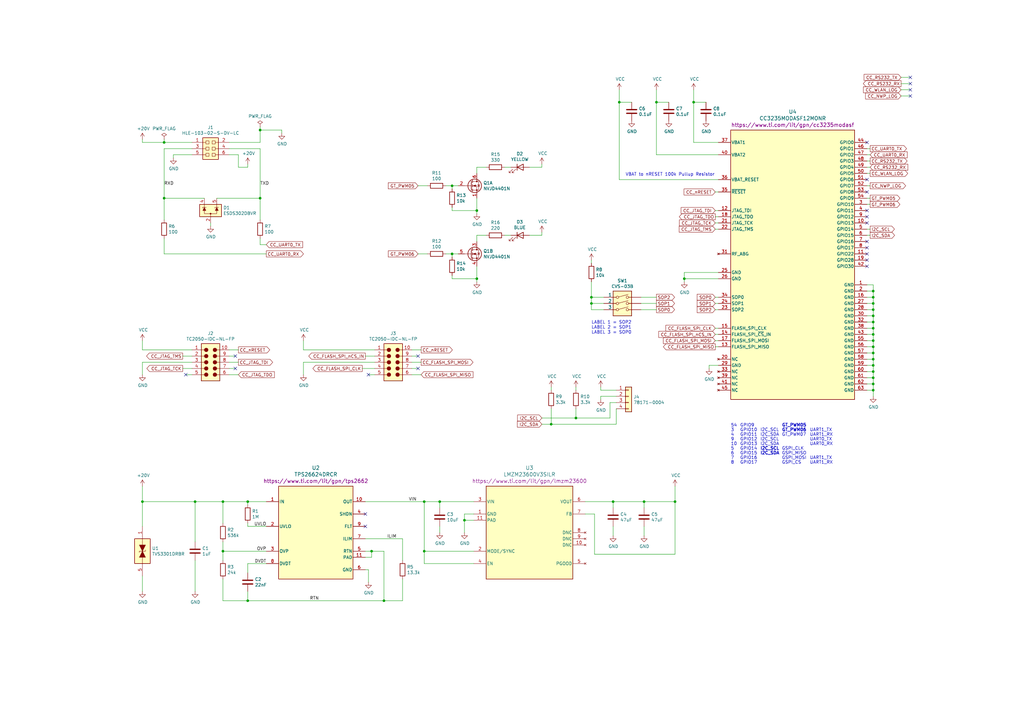
<source format=kicad_sch>
(kicad_sch (version 20211123) (generator eeschema)
  (paper "A3")
  (title_block (title "Haiku Super Wi-Fi") (date "2021-08-10") (rev "B") (comment 1 "Author: John Buonagurio"))
  (lib_symbols
    (symbol "Local:+20V" (power) (pin_names (offset 0))
      (property "Value" "+20V" (at 0 3.556 0))
      (symbol "+20V_1_1"
        (pin power_in line (at 0 0 90) (length 0) hide (name "+20V") (number "1"))
      )
    )
    (symbol "Local:78171-0004" (pin_names (offset 1.016) hide)
      (property "Reference" "J" (at 0 5.08 0))
      (property "Value" "78171-0004" (at 0 -7.62 0))
      (symbol "78171-0004_1_1"
        (pin passive line (at -5.08 2.54 0) (length 3.81) (name "Pin_1") (number "1"))
        (pin passive line (at -5.08 0 0) (length 3.81) (name "Pin_2") (number "2"))
        (pin passive line (at -5.08 -2.54 0) (length 3.81) (name "Pin_3") (number "3"))
        (pin passive line (at -5.08 -5.08 0) (length 3.81) (name "Pin_4") (number "4"))
      )
    )
    (symbol "Local:C" (pin_numbers hide) (pin_names (offset 0.254))
      (property "Reference" "C" (at 0.635 2.54 0))
      (property "Value" "C" (at 0.635 -2.54 0))
      (symbol "C_1_1"
        (pin passive line (at 0 3.81 270) (length 2.794) (name "~") (number "1"))
        (pin passive line (at 0 -3.81 90) (length 2.794) (name "~") (number "2"))
      )
    )
    (symbol "Local:CC3235MODASF12MONR" (pin_names (offset 0.254))
      (property "Reference" "U" (at 0 2.54 0))
      (property "Value" "CC3235MODASF12MONR" (at 0 0 0))
      (property "Datasheet" "https://www.ti.com/lit/gpn/cc3235modasf" (at 0 0 0))
      (symbol "CC3235MODASF12MONR_1_1"
        (pin power_in line (at 30.48 -7.62 180) (length 5.08) (name "GND") (number "1"))
        (pin bidirectional line (at 30.48 17.78 180) (length 5.08) (name "GPIO13") (number "10"))
        (pin bidirectional line (at 30.48 5.08 180) (length 5.08) (name "GPIO22") (number "11"))
        (pin input line (at -30.48 22.86 0) (length 5.08) (name "JTAG_TDI") (number "12"))
        (pin output line (at -30.48 -33.02 0) (length 5.08) (name "FLASH_SPI_MISO") (number "13"))
        (pin input line (at -30.48 -27.94 0) (length 5.08) (name "FLASH_SPI_~{CS}_IN") (number "14"))
        (pin input line (at -30.48 -25.4 0) (length 5.08) (name "FLASH_SPI_CLK") (number "15"))
        (pin power_in line (at 30.48 -12.7 180) (length 5.08) (name "GND") (number "16"))
        (pin input line (at -30.48 -30.48 0) (length 5.08) (name "FLASH_SPI_MOSI") (number "17"))
        (pin output line (at -30.48 20.32 0) (length 5.08) (name "JTAG_TDO") (number "18"))
        (pin bidirectional line (at 30.48 2.54 180) (length 5.08) (name "GPIO28") (number "19"))
        (pin power_in line (at 30.48 -10.16 180) (length 5.08) (name "GND") (number "2"))
        (pin no_connect line (at -30.48 -38.1 0) (length 5.08) (name "NC") (number "20"))
        (pin input line (at -30.48 17.78 0) (length 5.08) (name "JTAG_TCK") (number "21"))
        (pin input line (at -30.48 15.24 0) (length 5.08) (name "JTAG_TMS") (number "22"))
        (pin input line (at -30.48 -17.78 0) (length 5.08) (name "SOP2") (number "23"))
        (pin input line (at -30.48 -15.24 0) (length 5.08) (name "SOP1") (number "24"))
        (pin power_in line (at -30.48 -2.54 0) (length 5.08) (name "GND") (number "25"))
        (pin power_in line (at -30.48 -5.08 0) (length 5.08) (name "GND") (number "26"))
        (pin power_in line (at 30.48 -15.24 180) (length 5.08) (name "GND") (number "27"))
        (pin power_in line (at 30.48 -17.78 180) (length 5.08) (name "GND") (number "28"))
        (pin power_in line (at -30.48 -40.64 0) (length 5.08) (name "GND") (number "29"))
        (pin bidirectional line (at 30.48 25.4 180) (length 5.08) (name "GPIO10") (number "3"))
        (pin power_in line (at 30.48 -20.32 180) (length 5.08) (name "GND") (number "30"))
        (pin no_connect line (at -30.48 5.08 0) (length 5.08) (name "RF_ABG") (number "31"))
        (pin power_in line (at 30.48 -22.86 180) (length 5.08) (name "GND") (number "32"))
        (pin no_connect line (at -30.48 -43.18 0) (length 5.08) (name "NC") (number "33"))
        (pin input line (at -30.48 -12.7 0) (length 5.08) (name "SOP0") (number "34"))
        (pin input line (at -30.48 30.48 0) (length 5.08) (name "~{RESET}") (number "35"))
        (pin power_in line (at -30.48 35.56 0) (length 5.08) (name "VBAT_RESET") (number "36"))
        (pin power_in line (at -30.48 50.8 0) (length 5.08) (name "VBAT1") (number "37"))
        (pin power_in line (at 30.48 -25.4 180) (length 5.08) (name "GND") (number "38"))
        (pin no_connect line (at -30.48 -45.72 0) (length 5.08) (name "NC") (number "39"))
        (pin bidirectional line (at 30.48 22.86 180) (length 5.08) (name "GPIO11") (number "4"))
        (pin power_in line (at -30.48 45.72 0) (length 5.08) (name "VBAT2") (number "40"))
        (pin no_connect line (at -30.48 -48.26 0) (length 5.08) (name "NC") (number "41"))
        (pin bidirectional line (at 30.48 0 180) (length 5.08) (name "GPIO30") (number "42"))
        (pin power_in line (at 30.48 -27.94 180) (length 5.08) (name "GND") (number "43"))
        (pin bidirectional line (at 30.48 50.8 180) (length 5.08) (name "GPIO0") (number "44"))
        (pin no_connect line (at -30.48 -50.8 0) (length 5.08) (name "NC") (number "45"))
        (pin bidirectional line (at 30.48 48.26 180) (length 5.08) (name "GPIO1") (number "46"))
        (pin bidirectional line (at 30.48 45.72 180) (length 5.08) (name "GPIO2") (number "47"))
        (pin bidirectional line (at 30.48 43.18 180) (length 5.08) (name "GPIO3") (number "48"))
        (pin bidirectional line (at 30.48 40.64 180) (length 5.08) (name "GPIO4") (number "49"))
        (pin bidirectional line (at 30.48 15.24 180) (length 5.08) (name "GPIO14") (number "5"))
        (pin bidirectional line (at 30.48 38.1 180) (length 5.08) (name "GPIO5") (number "50"))
        (pin bidirectional line (at 30.48 35.56 180) (length 5.08) (name "GPIO6") (number "51"))
        (pin bidirectional line (at 30.48 33.02 180) (length 5.08) (name "GPIO7") (number "52"))
        (pin bidirectional line (at 30.48 30.48 180) (length 5.08) (name "GPIO8") (number "53"))
        (pin bidirectional line (at 30.48 27.94 180) (length 5.08) (name "GPIO9") (number "54"))
        (pin power_in line (at 30.48 -30.48 180) (length 5.08) (name "GND") (number "55"))
        (pin power_in line (at 30.48 -33.02 180) (length 5.08) (name "GND") (number "56"))
        (pin power_in line (at 30.48 -35.56 180) (length 5.08) (name "GND") (number "57"))
        (pin power_in line (at 30.48 -38.1 180) (length 5.08) (name "GND") (number "58"))
        (pin power_in line (at 30.48 -40.64 180) (length 5.08) (name "GND") (number "59"))
        (pin bidirectional line (at 30.48 12.7 180) (length 5.08) (name "GPIO15") (number "6"))
        (pin power_in line (at 30.48 -43.18 180) (length 5.08) (name "GND") (number "60"))
        (pin power_in line (at 30.48 -45.72 180) (length 5.08) (name "GND") (number "61"))
        (pin power_in line (at 30.48 -48.26 180) (length 5.08) (name "GND") (number "62"))
        (pin power_in line (at 30.48 -50.8 180) (length 5.08) (name "GND") (number "63"))
        (pin bidirectional line (at 30.48 10.16 180) (length 5.08) (name "GPIO16") (number "7"))
        (pin bidirectional line (at 30.48 7.62 180) (length 5.08) (name "GPIO17") (number "8"))
        (pin bidirectional line (at 30.48 20.32 180) (length 5.08) (name "GPIO12") (number "9"))
      )
    )
    (symbol "Local:CVS-03B" (pin_numbers hide) (pin_names (offset 0))
      (property "Reference" "SW" (at 0 6.35 0))
      (property "Value" "CVS-03B" (at 0 -6.35 0))
      (symbol "CVS-03B_1_1"
        (pin passive line (at -7.62 2.54 0) (length 5.08) (name "1") (number "1"))
        (pin passive line (at -7.62 0 0) (length 5.08) (name "2") (number "2"))
        (pin passive line (at -7.62 -2.54 0) (length 5.08) (name "3") (number "3"))
        (pin passive line (at 7.62 -2.54 180) (length 5.08) (name "~") (number "4"))
        (pin passive line (at 7.62 0 180) (length 5.08) (name "~") (number "5"))
        (pin passive line (at 7.62 2.54 180) (length 5.08) (name "~") (number "6"))
      )
    )
    (symbol "Local:ESDS302DBVR" (pin_names (offset 0) hide)
      (property "Reference" "D" (at 5.08 1.905 0))
      (property "Value" "ESDS302DBVR" (at 5.08 0 0))
      (symbol "ESDS302DBVR_0_0"
        (pin passive line (at 0 -5.08 90) (length 2.54) (name "GND") (number "2"))
      )
      (symbol "ESDS302DBVR_1_1"
        (pin no_connect line (at -2.54 -5.08 90) (length 2.54) hide (name "NC") (number "1"))
        (pin no_connect line (at 2.54 -5.08 90) (length 2.54) hide (name "NC") (number "3"))
        (pin passive line (at -2.54 5.08 270) (length 2.54) (name "I/O2") (number "4"))
        (pin passive line (at 2.54 5.08 270) (length 2.54) (name "I/O1") (number "5"))
      )
    )
    (symbol "Local:HLE-103-02-S-DV-LC" (pin_names (offset 1.016) hide)
      (property "Reference" "J" (at 0 5.715 0))
      (property "Value" "HLE-103-02-S-DV-LC" (at 0 -5.715 0))
      (symbol "HLE-103-02-S-DV-LC_1_1"
        (pin passive line (at -7.62 2.54 0) (length 4.445) (name "Pin_1") (number "1"))
        (pin passive line (at 7.62 2.54 180) (length 4.445) (name "Pin_2") (number "2"))
        (pin passive line (at -7.62 0 0) (length 4.445) (name "Pin_3") (number "3"))
        (pin passive line (at 7.62 0 180) (length 4.445) (name "Pin_4") (number "4"))
        (pin passive line (at -7.62 -2.54 0) (length 4.445) (name "Pin_5") (number "5"))
        (pin passive line (at 7.62 -2.54 180) (length 4.445) (name "Pin_6") (number "6"))
      )
    )
    (symbol "Local:LED" (pin_numbers hide) (pin_names (offset 1.016) hide)
      (property "Reference" "D" (at 0 2.54 0))
      (property "Value" "LED" (at 0 -2.54 0))
      (symbol "LED_1_1"
        (pin passive line (at -3.81 0 0) (length 2.54) (name "K") (number "1"))
        (pin passive line (at 3.81 0 180) (length 2.54) (name "A") (number "2"))
      )
    )
    (symbol "Local:LMZM23600V3SILR" (pin_names (offset 0.254))
      (property "Reference" "U" (at 0 2.54 0))
      (property "Value" "LMZM23600V3SILR" (at 0 0 0))
      (property "Datasheet" "https://www.ti.com/lit/gpn/lmzm23600" (at 0 0 0))
      (symbol "LMZM23600V3SILR_1_1"
        (pin power_in line (at -22.86 7.62 0) (length 5.08) (name "GND") (number "1"))
        (pin no_connect line (at 22.86 -5.08 180) (length 5.08) (name "DNC") (number "10"))
        (pin power_in line (at -22.86 5.08 0) (length 5.08) (name "PAD") (number "11"))
        (pin input line (at -22.86 -7.62 0) (length 5.08) (name "MODE/SYNC") (number "2"))
        (pin power_in line (at -22.86 12.7 0) (length 5.08) (name "VIN") (number "3"))
        (pin input line (at -22.86 -12.7 0) (length 5.08) (name "EN") (number "4"))
        (pin no_connect line (at 22.86 -12.7 180) (length 5.08) (name "PGOOD") (number "5"))
        (pin power_out line (at 22.86 12.7 180) (length 5.08) (name "VOUT") (number "6"))
        (pin input line (at 22.86 7.62 180) (length 5.08) (name "FB") (number "7"))
        (pin no_connect line (at 22.86 0 180) (length 5.08) (name "DNC") (number "8"))
        (pin no_connect line (at 22.86 -2.54 180) (length 5.08) (name "DNC") (number "9"))
      )
    )
    (symbol "Local:NVJD4401N" (pin_names hide)
      (property "Reference" "Q" (at 5.08 1.905 0))
      (property "Value" "NVJD4401N" (at 5.08 0 0))
      (symbol "NVJD4401N_1_1"
        (pin passive line (at 2.54 -5.08 90) (length 2.54) (name "S") (number "1"))
        (pin passive line (at -5.08 0 0) (length 2.54) (name "G") (number "2"))
        (pin passive line (at 2.54 5.08 270) (length 2.54) (name "D") (number "6"))
      )
      (symbol "NVJD4401N_2_1"
        (pin passive line (at 2.54 5.08 270) (length 2.54) (name "D") (number "3"))
        (pin passive line (at 2.54 -5.08 90) (length 2.54) (name "S") (number "4"))
        (pin passive line (at -5.08 0 0) (length 2.54) (name "G") (number "5"))
      )
    )
    (symbol "Local:R" (pin_numbers hide) (pin_names (offset 0))
      (property "Reference" "R" (at 2.032 0 90))
      (property "Value" "R" (at 0 0 90))
      (symbol "R_1_1"
        (pin passive line (at 0 3.81 270) (length 1.27) (name "~") (number "1"))
        (pin passive line (at 0 -3.81 90) (length 1.27) (name "~") (number "2"))
      )
    )
    (symbol "Local:TC2050-IDC-NL-FP" (pin_names (offset 1.016) hide)
      (property "Reference" "J" (at 0 8.89 0))
      (property "Value" "TC2050-IDC-NL-FP" (at 0 -8.89 0))
      (symbol "TC2050-IDC-NL-FP_1_1"
        (pin passive line (at -7.62 5.08 0) (length 3.81) (name "Pin_1") (number "1"))
        (pin passive line (at 7.62 5.08 180) (length 3.81) (name "Pin_10") (number "10"))
        (pin passive line (at -7.62 2.54 0) (length 3.81) (name "Pin_2") (number "2"))
        (pin passive line (at -7.62 0 0) (length 3.81) (name "Pin_3") (number "3"))
        (pin passive line (at -7.62 -2.54 0) (length 3.81) (name "Pin_4") (number "4"))
        (pin passive line (at -7.62 -5.08 0) (length 3.81) (name "Pin_5") (number "5"))
        (pin passive line (at 7.62 -5.08 180) (length 3.81) (name "Pin_6") (number "6"))
        (pin passive line (at 7.62 -2.54 180) (length 3.81) (name "Pin_7") (number "7"))
        (pin passive line (at 7.62 0 180) (length 3.81) (name "Pin_8") (number "8"))
        (pin passive line (at 7.62 2.54 180) (length 3.81) (name "Pin_9") (number "9"))
      )
    )
    (symbol "Local:TPS26624DRCR" (pin_names (offset 0.254))
      (property "Reference" "U" (at 0 2.54 0))
      (property "Value" "TPS26624DRCR" (at 0 0 0))
      (property "Datasheet" "https://www.ti.com/lit/gpn/tps2662" (at 0 22.225 0))
      (symbol "TPS26624DRCR_1_1"
        (pin power_in line (at -20.32 12.7 0) (length 5.08) (name "IN") (number "1"))
        (pin power_in line (at 20.32 12.7 180) (length 5.08) (name "OUT") (number "10"))
        (pin power_in line (at 20.32 -10.16 180) (length 5.08) (name "PAD") (number "11"))
        (pin input line (at -20.32 2.54 0) (length 5.08) (name "UVLO") (number "2"))
        (pin input line (at -20.32 -7.62 0) (length 5.08) (name "OVP") (number "3"))
        (pin input line (at 20.32 7.62 180) (length 5.08) (name "SHDN") (number "4"))
        (pin power_in line (at 20.32 -7.62 180) (length 5.08) (name "RTN") (number "5"))
        (pin power_in line (at 20.32 -15.24 180) (length 5.08) (name "GND") (number "6"))
        (pin output line (at 20.32 -2.54 180) (length 5.08) (name "ILIM") (number "7"))
        (pin input line (at -20.32 -12.7 0) (length 5.08) (name "DVDT") (number "8"))
        (pin open_collector line (at 20.32 2.54 180) (length 5.08) (name "FLT") (number "9"))
      )
    )
    (symbol "Local:TVS3301DRBR" (pin_names (offset 0) hide)
      (property "Reference" "U" (at 3.81 1.905 0))
      (property "Value" "TVS3301DRBR" (at 3.81 0 0))
      (symbol "TVS3301DRBR_1_1"
        (pin passive line (at 0 10.16 270) (length 5.08) (name "IN") (number "1"))
        (pin passive line (at 0 10.16 270) (length 5.08) hide (name "IN") (number "2"))
        (pin passive line (at 0 10.16 270) (length 5.08) hide (name "IN") (number "3"))
        (pin passive line (at 0 10.16 270) (length 5.08) hide (name "IN") (number "4"))
        (pin power_in line (at 0 -10.16 90) (length 5.08) (name "GND") (number "5"))
        (pin power_in line (at 0 -10.16 90) (length 5.08) hide (name "GND") (number "6"))
        (pin power_in line (at 0 -10.16 90) (length 5.08) hide (name "GND") (number "7"))
        (pin power_in line (at 0 -10.16 90) (length 5.08) hide (name "GND") (number "8"))
      )
    )
    (symbol "power:GND" (power) (pin_names (offset 0))
      (property "Value" "GND" (at 0 -3.81 0))
      (symbol "GND_1_1"
        (pin power_in line (at 0 0 270) (length 0) hide (name "GND") (number "1"))
      )
    )
    (symbol "power:PWR_FLAG" (power) (pin_numbers hide) (pin_names (offset 0) hide)
      (property "Value" "PWR_FLAG" (at 0 3.81 0))
      (symbol "PWR_FLAG_0_0"
        (pin power_out line (at 0 0 90) (length 0) (name "pwr") (number "1"))
      )
    )
    (symbol "power:VCC" (power) (pin_names (offset 0))
      (property "Value" "VCC" (at 0 3.81 0))
      (symbol "VCC_1_1"
        (pin power_in line (at 0 0 90) (length 0) hide (name "VCC") (number "1"))
      )
    )
  )
  (junction (at 242.57 124.46))
  (junction (at 358.14 147.32))
  (junction (at 185.42 76.2))
  (junction (at 264.16 205.74))
  (junction (at 358.14 137.16))
  (junction (at 358.14 160.02))
  (junction (at 358.14 129.54))
  (junction (at 358.14 152.4))
  (junction (at 280.67 114.3))
  (junction (at 173.99 205.74))
  (junction (at 91.44 226.06))
  (junction (at 251.46 205.74))
  (junction (at 152.4 226.06))
  (junction (at 358.14 124.46))
  (junction (at 185.42 104.14))
  (junction (at 358.14 127))
  (junction (at 358.14 121.92))
  (junction (at 358.14 132.08))
  (junction (at 106.68 81.28))
  (junction (at 67.31 81.28))
  (junction (at 242.57 121.92))
  (junction (at 358.14 144.78))
  (junction (at 67.31 58.42))
  (junction (at 195.58 114.3))
  (junction (at 80.01 205.74))
  (junction (at 226.06 173.99))
  (junction (at 101.6 246.38))
  (junction (at 276.86 205.74))
  (junction (at 236.22 171.45))
  (junction (at 106.68 53.34))
  (junction (at 101.6 205.74))
  (junction (at 58.42 205.74))
  (junction (at 190.5 213.36))
  (junction (at 358.14 154.94))
  (junction (at 284.48 41.91))
  (junction (at 358.14 142.24))
  (junction (at 195.58 86.36))
  (junction (at 91.44 205.74))
  (junction (at 358.14 157.48))
  (junction (at 358.14 149.86))
  (junction (at 173.99 226.06))
  (junction (at 269.24 41.91))
  (junction (at 358.14 119.38))
  (junction (at 254 41.91))
  (junction (at 157.48 246.38))
  (junction (at 358.14 134.62))
  (junction (at 358.14 139.7))
  (junction (at 180.34 205.74))
  (no_connect (at 355.6 109.22))
  (no_connect (at 355.6 86.36))
  (no_connect (at 96.52 146.05))
  (no_connect (at 355.6 73.66))
  (no_connect (at 149.86 210.82))
  (no_connect (at 171.45 151.13))
  (no_connect (at 355.6 101.6))
  (no_connect (at 355.6 104.14))
  (no_connect (at 373.38 31.75))
  (no_connect (at 355.6 78.74))
  (no_connect (at 355.6 99.06))
  (no_connect (at 373.38 34.29))
  (no_connect (at 355.6 106.68))
  (no_connect (at 373.38 36.83))
  (no_connect (at 355.6 88.9))
  (no_connect (at 149.86 215.9))
  (no_connect (at 373.38 39.37))
  (no_connect (at 76.2 153.67))
  (no_connect (at 355.6 91.44))
  (no_connect (at 355.6 58.42))
  (no_connect (at 96.52 151.13))
  (no_connect (at 151.13 153.67))
  (no_connect (at 171.45 146.05))
  (wire (pts (xy 58.42 58.42) (xy 67.31 58.42)))
  (wire (pts (xy 246.38 162.56) (xy 246.38 163.83)))
  (wire (pts (xy 355.6 134.62) (xy 358.14 134.62)))
  (wire (pts (xy 106.68 53.34) (xy 115.57 53.34)))
  (wire (pts (xy 58.42 139.7) (xy 58.42 143.51)))
  (wire (pts (xy 149.86 220.98) (xy 165.1 220.98)))
  (wire (pts (xy 355.6 149.86) (xy 358.14 149.86)))
  (wire (pts (xy 355.6 116.84) (xy 358.14 116.84)))
  (wire (pts (xy 58.42 205.74) (xy 80.01 205.74)))
  (wire (pts (xy 97.79 68.58) (xy 101.6 68.58)))
  (wire (pts (xy 251.46 205.74) (xy 251.46 208.28)))
  (wire (pts (xy 280.67 115.57) (xy 280.67 114.3)))
  (wire (pts (xy 101.6 246.38) (xy 91.44 246.38)))
  (wire (pts (xy 294.64 114.3) (xy 280.67 114.3)))
  (wire (pts (xy 262.89 127) (xy 269.24 127)))
  (wire (pts (xy 58.42 148.59) (xy 58.42 153.67)))
  (wire (pts (xy 355.6 76.2) (xy 356.87 76.2)))
  (wire (pts (xy 250.19 171.45) (xy 236.22 171.45)))
  (wire (pts (xy 109.22 231.14) (xy 101.6 231.14)))
  (wire (pts (xy 293.37 134.62) (xy 294.64 134.62)))
  (wire (pts (xy 242.57 106.68) (xy 242.57 107.95)))
  (wire (pts (xy 242.57 124.46) (xy 247.65 124.46)))
  (wire (pts (xy 355.6 152.4) (xy 358.14 152.4)))
  (wire (pts (xy 106.68 100.33) (xy 109.22 100.33)))
  (wire (pts (xy 91.44 237.49) (xy 91.44 246.38)))
  (wire (pts (xy 293.37 121.92) (xy 294.64 121.92)))
  (wire (pts (xy 151.13 153.67) (xy 153.67 153.67)))
  (wire (pts (xy 355.6 63.5) (xy 356.87 63.5)))
  (wire (pts (xy 78.74 143.51) (xy 58.42 143.51)))
  (wire (pts (xy 152.4 226.06) (xy 157.48 226.06)))
  (wire (pts (xy 358.14 124.46) (xy 358.14 127)))
  (wire (pts (xy 195.58 71.12) (xy 195.58 68.58)))
  (wire (pts (xy 355.6 129.54) (xy 358.14 129.54)))
  (wire (pts (xy 358.14 132.08) (xy 358.14 134.62)))
  (wire (pts (xy 358.14 142.24) (xy 358.14 144.78)))
  (wire (pts (xy 222.25 96.52) (xy 217.17 96.52)))
  (wire (pts (xy 240.03 210.82) (xy 243.84 210.82)))
  (wire (pts (xy 182.88 76.2) (xy 185.42 76.2)))
  (wire (pts (xy 97.79 63.5) (xy 97.79 68.58)))
  (wire (pts (xy 194.31 231.14) (xy 173.99 231.14)))
  (wire (pts (xy 101.6 246.38) (xy 157.48 246.38)))
  (wire (pts (xy 190.5 210.82) (xy 190.5 213.36)))
  (wire (pts (xy 195.58 114.3) (xy 195.58 115.57)))
  (wire (pts (xy 284.48 58.42) (xy 294.64 58.42)))
  (wire (pts (xy 355.6 154.94) (xy 358.14 154.94)))
  (wire (pts (xy 185.42 86.36) (xy 195.58 86.36)))
  (wire (pts (xy 151.13 233.68) (xy 151.13 238.76)))
  (wire (pts (xy 185.42 77.47) (xy 185.42 76.2)))
  (wire (pts (xy 78.74 148.59) (xy 58.42 148.59)))
  (wire (pts (xy 194.31 226.06) (xy 173.99 226.06)))
  (wire (pts (xy 369.57 36.83) (xy 373.38 36.83)))
  (wire (pts (xy 67.31 60.96) (xy 78.74 60.96)))
  (wire (pts (xy 172.72 148.59) (xy 168.91 148.59)))
  (wire (pts (xy 185.42 114.3) (xy 195.58 114.3)))
  (wire (pts (xy 78.74 146.05) (xy 74.93 146.05)))
  (wire (pts (xy 96.52 151.13) (xy 93.98 151.13)))
  (wire (pts (xy 355.6 132.08) (xy 358.14 132.08)))
  (wire (pts (xy 262.89 124.46) (xy 269.24 124.46)))
  (wire (pts (xy 185.42 113.03) (xy 185.42 114.3)))
  (wire (pts (xy 246.38 160.02) (xy 246.38 158.75)))
  (wire (pts (xy 358.14 149.86) (xy 358.14 152.4)))
  (wire (pts (xy 93.98 148.59) (xy 97.79 148.59)))
  (wire (pts (xy 252.73 165.1) (xy 250.19 165.1)))
  (wire (pts (xy 153.67 148.59) (xy 124.46 148.59)))
  (wire (pts (xy 157.48 246.38) (xy 165.1 246.38)))
  (wire (pts (xy 294.64 124.46) (xy 293.37 124.46)))
  (wire (pts (xy 115.57 53.34) (xy 115.57 54.61)))
  (wire (pts (xy 80.01 205.74) (xy 91.44 205.74)))
  (wire (pts (xy 209.55 68.58) (xy 207.01 68.58)))
  (wire (pts (xy 358.14 116.84) (xy 358.14 119.38)))
  (wire (pts (xy 109.22 215.9) (xy 101.6 215.9)))
  (wire (pts (xy 242.57 127) (xy 247.65 127)))
  (wire (pts (xy 358.14 127) (xy 358.14 129.54)))
  (wire (pts (xy 165.1 220.98) (xy 165.1 229.87)))
  (wire (pts (xy 124.46 139.7) (xy 124.46 143.51)))
  (wire (pts (xy 222.25 67.31) (xy 222.25 68.58)))
  (wire (pts (xy 358.14 144.78) (xy 358.14 147.32)))
  (wire (pts (xy 80.01 222.25) (xy 80.01 205.74)))
  (wire (pts (xy 358.14 119.38) (xy 358.14 121.92)))
  (wire (pts (xy 185.42 85.09) (xy 185.42 86.36)))
  (wire (pts (xy 91.44 214.63) (xy 91.44 205.74)))
  (wire (pts (xy 293.37 142.24) (xy 294.64 142.24)))
  (wire (pts (xy 358.14 139.7) (xy 358.14 142.24)))
  (wire (pts (xy 106.68 81.28) (xy 106.68 90.17)))
  (wire (pts (xy 274.32 41.91) (xy 269.24 41.91)))
  (wire (pts (xy 171.45 146.05) (xy 168.91 146.05)))
  (wire (pts (xy 222.25 68.58) (xy 217.17 68.58)))
  (wire (pts (xy 276.86 199.39) (xy 276.86 205.74)))
  (wire (pts (xy 369.57 39.37) (xy 373.38 39.37)))
  (wire (pts (xy 355.6 68.58) (xy 356.87 68.58)))
  (wire (pts (xy 190.5 213.36) (xy 190.5 218.44)))
  (wire (pts (xy 355.6 119.38) (xy 358.14 119.38)))
  (wire (pts (xy 109.22 205.74) (xy 101.6 205.74)))
  (wire (pts (xy 83.82 81.28) (xy 67.31 81.28)))
  (wire (pts (xy 148.59 151.13) (xy 153.67 151.13)))
  (wire (pts (xy 58.42 199.39) (xy 58.42 205.74)))
  (wire (pts (xy 251.46 205.74) (xy 264.16 205.74)))
  (wire (pts (xy 236.22 167.64) (xy 236.22 171.45)))
  (wire (pts (xy 173.99 205.74) (xy 180.34 205.74)))
  (wire (pts (xy 355.6 137.16) (xy 358.14 137.16)))
  (wire (pts (xy 264.16 205.74) (xy 276.86 205.74)))
  (wire (pts (xy 289.56 41.91) (xy 284.48 41.91)))
  (wire (pts (xy 149.86 233.68) (xy 151.13 233.68)))
  (wire (pts (xy 355.6 142.24) (xy 358.14 142.24)))
  (wire (pts (xy 195.58 81.28) (xy 195.58 86.36)))
  (wire (pts (xy 153.67 146.05) (xy 149.86 146.05)))
  (wire (pts (xy 58.42 205.74) (xy 58.42 215.9)))
  (wire (pts (xy 254 73.66) (xy 294.64 73.66)))
  (wire (pts (xy 58.42 236.22) (xy 58.42 242.57)))
  (wire (pts (xy 269.24 41.91) (xy 269.24 63.5)))
  (wire (pts (xy 355.6 147.32) (xy 358.14 147.32)))
  (wire (pts (xy 71.12 63.5) (xy 78.74 63.5)))
  (wire (pts (xy 97.79 153.67) (xy 93.98 153.67)))
  (wire (pts (xy 293.37 91.44) (xy 294.64 91.44)))
  (wire (pts (xy 180.34 205.74) (xy 194.31 205.74)))
  (wire (pts (xy 93.98 60.96) (xy 106.68 60.96)))
  (wire (pts (xy 355.6 139.7) (xy 358.14 139.7)))
  (wire (pts (xy 165.1 246.38) (xy 165.1 237.49)))
  (wire (pts (xy 101.6 231.14) (xy 101.6 234.95)))
  (wire (pts (xy 242.57 121.92) (xy 242.57 124.46)))
  (wire (pts (xy 243.84 210.82) (xy 243.84 227.33)))
  (wire (pts (xy 222.25 95.25) (xy 222.25 96.52)))
  (wire (pts (xy 358.14 152.4) (xy 358.14 154.94)))
  (wire (pts (xy 96.52 146.05) (xy 93.98 146.05)))
  (wire (pts (xy 195.58 68.58) (xy 199.39 68.58)))
  (wire (pts (xy 91.44 226.06) (xy 91.44 229.87)))
  (wire (pts (xy 358.14 134.62) (xy 358.14 137.16)))
  (wire (pts (xy 78.74 151.13) (xy 74.93 151.13)))
  (wire (pts (xy 152.4 228.6) (xy 152.4 226.06)))
  (wire (pts (xy 71.12 64.77) (xy 71.12 63.5)))
  (wire (pts (xy 149.86 228.6) (xy 152.4 228.6)))
  (wire (pts (xy 293.37 86.36) (xy 294.64 86.36)))
  (wire (pts (xy 355.6 121.92) (xy 358.14 121.92)))
  (wire (pts (xy 67.31 104.14) (xy 109.22 104.14)))
  (wire (pts (xy 358.14 147.32) (xy 358.14 149.86)))
  (wire (pts (xy 93.98 63.5) (xy 97.79 63.5)))
  (wire (pts (xy 226.06 167.64) (xy 226.06 173.99)))
  (wire (pts (xy 293.37 139.7) (xy 294.64 139.7)))
  (wire (pts (xy 269.24 63.5) (xy 294.64 63.5)))
  (wire (pts (xy 251.46 215.9) (xy 251.46 219.71)))
  (wire (pts (xy 276.86 205.74) (xy 276.86 227.33)))
  (wire (pts (xy 91.44 205.74) (xy 101.6 205.74)))
  (wire (pts (xy 101.6 68.58) (xy 101.6 67.31)))
  (wire (pts (xy 226.06 173.99) (xy 252.73 173.99)))
  (wire (pts (xy 355.6 124.46) (xy 358.14 124.46)))
  (wire (pts (xy 358.14 137.16) (xy 358.14 139.7)))
  (wire (pts (xy 242.57 124.46) (xy 242.57 127)))
  (wire (pts (xy 355.6 144.78) (xy 358.14 144.78)))
  (wire (pts (xy 67.31 81.28) (xy 67.31 90.17)))
  (wire (pts (xy 293.37 93.98) (xy 294.64 93.98)))
  (wire (pts (xy 101.6 205.74) (xy 101.6 207.01)))
  (wire (pts (xy 106.68 58.42) (xy 106.68 53.34)))
  (wire (pts (xy 294.64 149.86) (xy 290.83 149.86)))
  (wire (pts (xy 171.45 151.13) (xy 168.91 151.13)))
  (wire (pts (xy 236.22 171.45) (xy 222.25 171.45)))
  (wire (pts (xy 280.67 111.76) (xy 294.64 111.76)))
  (wire (pts (xy 252.73 167.64) (xy 252.73 173.99)))
  (wire (pts (xy 67.31 60.96) (xy 67.31 81.28)))
  (wire (pts (xy 355.6 81.28) (xy 356.87 81.28)))
  (wire (pts (xy 149.86 226.06) (xy 152.4 226.06)))
  (wire (pts (xy 369.57 31.75) (xy 373.38 31.75)))
  (wire (pts (xy 294.64 127) (xy 293.37 127)))
  (wire (pts (xy 194.31 213.36) (xy 190.5 213.36)))
  (wire (pts (xy 180.34 215.9) (xy 180.34 218.44)))
  (wire (pts (xy 264.16 215.9) (xy 264.16 219.71)))
  (wire (pts (xy 172.72 153.67) (xy 168.91 153.67)))
  (wire (pts (xy 355.6 96.52) (xy 356.87 96.52)))
  (wire (pts (xy 67.31 58.42) (xy 78.74 58.42)))
  (wire (pts (xy 195.58 96.52) (xy 199.39 96.52)))
  (wire (pts (xy 185.42 105.41) (xy 185.42 104.14)))
  (wire (pts (xy 358.14 154.94) (xy 358.14 157.48)))
  (wire (pts (xy 106.68 52.07) (xy 106.68 53.34)))
  (wire (pts (xy 124.46 148.59) (xy 124.46 153.67)))
  (wire (pts (xy 358.14 129.54) (xy 358.14 132.08)))
  (wire (pts (xy 88.9 81.28) (xy 106.68 81.28)))
  (wire (pts (xy 80.01 229.87) (xy 80.01 242.57)))
  (wire (pts (xy 209.55 96.52) (xy 207.01 96.52)))
  (wire (pts (xy 293.37 78.74) (xy 294.64 78.74)))
  (wire (pts (xy 106.68 97.79) (xy 106.68 100.33)))
  (wire (pts (xy 242.57 121.92) (xy 247.65 121.92)))
  (wire (pts (xy 355.6 66.04) (xy 356.87 66.04)))
  (wire (pts (xy 101.6 215.9) (xy 101.6 214.63)))
  (wire (pts (xy 149.86 205.74) (xy 173.99 205.74)))
  (wire (pts (xy 355.6 71.12) (xy 356.87 71.12)))
  (wire (pts (xy 355.6 93.98) (xy 356.87 93.98)))
  (wire (pts (xy 222.25 173.99) (xy 226.06 173.99)))
  (wire (pts (xy 185.42 76.2) (xy 187.96 76.2)))
  (wire (pts (xy 242.57 115.57) (xy 242.57 121.92)))
  (wire (pts (xy 182.88 104.14) (xy 185.42 104.14)))
  (wire (pts (xy 355.6 127) (xy 358.14 127)))
  (wire (pts (xy 171.45 104.14) (xy 175.26 104.14)))
  (wire (pts (xy 250.19 165.1) (xy 250.19 171.45)))
  (wire (pts (xy 259.08 41.91) (xy 254 41.91)))
  (wire (pts (xy 226.06 158.75) (xy 226.06 160.02)))
  (wire (pts (xy 67.31 97.79) (xy 67.31 104.14)))
  (wire (pts (xy 91.44 222.25) (xy 91.44 226.06)))
  (wire (pts (xy 369.57 34.29) (xy 373.38 34.29)))
  (wire (pts (xy 355.6 160.02) (xy 358.14 160.02)))
  (wire (pts (xy 246.38 160.02) (xy 252.73 160.02)))
  (wire (pts (xy 358.14 160.02) (xy 358.14 162.56)))
  (wire (pts (xy 355.6 83.82) (xy 356.87 83.82)))
  (wire (pts (xy 58.42 58.42) (xy 58.42 57.15)))
  (wire (pts (xy 106.68 58.42) (xy 93.98 58.42)))
  (wire (pts (xy 358.14 157.48) (xy 358.14 160.02)))
  (wire (pts (xy 157.48 226.06) (xy 157.48 246.38)))
  (wire (pts (xy 293.37 88.9) (xy 294.64 88.9)))
  (wire (pts (xy 101.6 242.57) (xy 101.6 246.38)))
  (wire (pts (xy 76.2 153.67) (xy 78.74 153.67)))
  (wire (pts (xy 358.14 121.92) (xy 358.14 124.46)))
  (wire (pts (xy 293.37 137.16) (xy 294.64 137.16)))
  (wire (pts (xy 254 41.91) (xy 254 73.66)))
  (wire (pts (xy 264.16 208.28) (xy 264.16 205.74)))
  (wire (pts (xy 185.42 104.14) (xy 187.96 104.14)))
  (wire (pts (xy 254 36.83) (xy 254 41.91)))
  (wire (pts (xy 246.38 162.56) (xy 252.73 162.56)))
  (wire (pts (xy 109.22 226.06) (xy 91.44 226.06)))
  (wire (pts (xy 93.98 143.51) (xy 97.79 143.51)))
  (wire (pts (xy 284.48 41.91) (xy 284.48 58.42)))
  (wire (pts (xy 195.58 109.22) (xy 195.58 114.3)))
  (wire (pts (xy 355.6 157.48) (xy 358.14 157.48)))
  (wire (pts (xy 243.84 227.33) (xy 276.86 227.33)))
  (wire (pts (xy 67.31 57.15) (xy 67.31 58.42)))
  (wire (pts (xy 355.6 60.96) (xy 356.87 60.96)))
  (wire (pts (xy 284.48 36.83) (xy 284.48 41.91)))
  (wire (pts (xy 106.68 60.96) (xy 106.68 81.28)))
  (wire (pts (xy 180.34 208.28) (xy 180.34 205.74)))
  (wire (pts (xy 194.31 210.82) (xy 190.5 210.82)))
  (wire (pts (xy 172.72 143.51) (xy 168.91 143.51)))
  (wire (pts (xy 290.83 151.13) (xy 290.83 149.86)))
  (wire (pts (xy 269.24 36.83) (xy 269.24 41.91)))
  (wire (pts (xy 153.67 143.51) (xy 124.46 143.51)))
  (wire (pts (xy 195.58 86.36) (xy 195.58 87.63)))
  (wire (pts (xy 240.03 205.74) (xy 251.46 205.74)))
  (wire (pts (xy 86.36 91.44) (xy 86.36 92.71)))
  (wire (pts (xy 269.24 121.92) (xy 262.89 121.92)))
  (wire (pts (xy 195.58 99.06) (xy 195.58 96.52)))
  (wire (pts (xy 171.45 76.2) (xy 175.26 76.2)))
  (wire (pts (xy 173.99 226.06) (xy 173.99 205.74)))
  (wire (pts (xy 236.22 158.75) (xy 236.22 160.02)))
  (wire (pts (xy 173.99 231.14) (xy 173.99 226.06)))
  (wire (pts (xy 280.67 114.3) (xy 280.67 111.76)))
  (text "GPIO14" (at 303.53 184.785 0) (effects (font (size 1.27 1.27)) (justify left bottom)))
  (text "UART1_RX" (at 332.105 190.5 0) (effects (font (size 1.27 1.27)) (justify left bottom)))
  (text "GSPI_CS" (at 320.675 190.5 0) (effects (font (size 1.27 1.27)) (justify left bottom)))
  (text "GSPI_MISO" (at 320.675 186.69 0) (effects (font (size 1.27 1.27)) (justify left bottom)))
  (text "GT_PWM07" (at 320.675 179.07 0) (effects (font (size 1.27 1.27)) (justify left bottom)))
  (text "GPIO10" (at 303.53 177.165 0) (effects (font (size 1.27 1.27)) (justify left bottom)))
  (text "3" (at 299.72 177.165 0) (effects (font (size 1.27 1.27)) (justify left bottom)))
  (text "UART0_RX" (at 332.105 182.88 0) (effects (font (size 1.27 1.27)) (justify left bottom)))
  (text "GPIO16" (at 303.53 188.595 0) (effects (font (size 1.27 1.27)) (justify left bottom)))
  (text "GPIO11" (at 303.53 179.07 0) (effects (font (size 1.27 1.27)) (justify left bottom)))
  (text "I2C_SCL" (at 311.785 184.785 0) (effects (font (size 1.27 1.27) (thickness 0.254) bold) (justify left bottom)))
  (text "I2C_SDA" (at 311.785 179.07 0) (effects (font (size 1.27 1.27)) (justify left bottom)))
  (text "GT_PWM06" (at 320.675 177.165 0) (effects (font (size 1.27 1.27) (thickness 0.254) bold) (justify left bottom)))
  (text "UART1_TX" (at 332.105 177.165 0) (effects (font (size 1.27 1.27)) (justify left bottom)))
  (text "6" (at 299.72 186.69 0) (effects (font (size 1.27 1.27)) (justify left bottom)))
  (text "I2C_SCL" (at 311.785 177.165 0) (effects (font (size 1.27 1.27)) (justify left bottom)))
  (text "GSPI_MOSI" (at 320.675 188.595 0) (effects (font (size 1.27 1.27)) (justify left bottom)))
  (text "VBAT to nRESET 100k Pullup Resistor" (at 256.54 72.39 0) (effects (font (size 1.27 1.27)) (justify left bottom)))
  (text "I2C_SCL" (at 311.785 180.975 0) (effects (font (size 1.27 1.27)) (justify left bottom)))
  (text "GPIO15" (at 303.53 186.69 0) (effects (font (size 1.27 1.27)) (justify left bottom)))
  (text "I2C_SDA" (at 311.785 186.69 0) (effects (font (size 1.27 1.27) (thickness 0.254) bold) (justify left bottom)))
  (text "GPIO12" (at 303.53 180.975 0) (effects (font (size 1.27 1.27)) (justify left bottom)))
  (text "10" (at 299.72 182.88 0) (effects (font (size 1.27 1.27)) (justify left bottom)))
  (text "UART1_RX" (at 332.105 179.07 0) (effects (font (size 1.27 1.27)) (justify left bottom)))
  (text "8" (at 299.72 190.5 0) (effects (font (size 1.27 1.27)) (justify left bottom)))
  (text "7" (at 299.72 188.595 0) (effects (font (size 1.27 1.27)) (justify left bottom)))
  (text "UART0_TX" (at 332.105 180.975 0) (effects (font (size 1.27 1.27)) (justify left bottom)))
  (text "GPIO17" (at 303.53 190.5 0) (effects (font (size 1.27 1.27)) (justify left bottom)))
  (text "54" (at 299.72 175.26 0) (effects (font (size 1.27 1.27)) (justify left bottom)))
  (text "LABEL 1 = SOP2\nLABEL 2 = SOP1\nLABEL 3 = SOP0" (at 242.57 137.16 0) (effects (font (size 1.27 1.27)) (justify left bottom)))
  (text "5" (at 299.72 184.785 0) (effects (font (size 1.27 1.27)) (justify left bottom)))
  (text "I2C_SDA" (at 311.785 182.88 0) (effects (font (size 1.27 1.27)) (justify left bottom)))
  (text "9" (at 299.72 180.975 0) (effects (font (size 1.27 1.27)) (justify left bottom)))
  (text "GSPI_CLK" (at 320.675 184.785 0) (effects (font (size 1.27 1.27)) (justify left bottom)))
  (text "GPIO9" (at 303.53 175.26 0) (effects (font (size 1.27 1.27)) (justify left bottom)))
  (text "4" (at 299.72 179.07 0) (effects (font (size 1.27 1.27)) (justify left bottom)))
  (text "UART1_TX" (at 332.105 188.595 0) (effects (font (size 1.27 1.27)) (justify left bottom)))
  (text "GT_PWM05" (at 320.675 175.26 0) (effects (font (size 1.27 1.27) (thickness 0.254) bold) (justify left bottom)))
  (text "GPIO13" (at 303.53 182.88 0) (effects (font (size 1.27 1.27)) (justify left bottom)))
  (label "RXD" (at 67.31 76.2 0))
  (label "ILIM" (at 158.75 220.98 0))
  (label "TXD" (at 106.68 76.2 0))
  (label "RTN" (at 130.81 246.38 180))
  (label "OVP" (at 109.22 226.06 180))
  (label "VIN" (at 167.64 205.74 0))
  (label "UVLO" (at 109.22 215.9 180))
  (label "DVDT" (at 109.22 231.14 180))
  (global_label "CC_UART0_TX" (shape input) (at 109.22 100.33 0) (property "Intersheet References" "${INTERSHEET_REFS}" (effects hide)))
  (global_label "SOP2" (shape input) (at 293.37 127 180) (property "Intersheet References" "${INTERSHEET_REFS}" (effects hide)))
  (global_label "CC_UART0_RX" (shape output) (at 109.22 104.14 0) (property "Intersheet References" "${INTERSHEET_REFS}" (effects hide)))
  (global_label "GT_PWM05" (shape output) (at 356.87 81.28 0) (property "Intersheet References" "${INTERSHEET_REFS}" (effects hide)))
  (global_label "CC_NWP_LOG" (shape input) (at 369.57 39.37 180) (property "Intersheet References" "${INTERSHEET_REFS}" (effects hide)))
  (global_label "CC_JTAG_TCK" (shape input) (at 293.37 91.44 180) (property "Intersheet References" "${INTERSHEET_REFS}" (effects hide)))
  (global_label "CC_JTAG_TDO" (shape output) (at 293.37 88.9 180) (property "Intersheet References" "${INTERSHEET_REFS}" (effects hide)))
  (global_label "CC_FLASH_SPI_MISO" (shape output) (at 293.37 142.24 180) (property "Intersheet References" "${INTERSHEET_REFS}" (effects hide)))
  (global_label "CC_NWP_LOG" (shape output) (at 356.87 76.2 0) (property "Intersheet References" "${INTERSHEET_REFS}" (effects hide)))
  (global_label "GT_PWM06" (shape input) (at 171.45 104.14 180) (property "Intersheet References" "${INTERSHEET_REFS}" (effects hide)))
  (global_label "I2C_SDA" (shape input) (at 222.25 173.99 180) (property "Intersheet References" "${INTERSHEET_REFS}" (effects hide)))
  (global_label "CC_FLASH_SPI_MISO" (shape input) (at 172.72 153.67 0) (property "Intersheet References" "${INTERSHEET_REFS}" (effects hide)))
  (global_label "CC_WLAN_LOG" (shape input) (at 369.57 36.83 180) (property "Intersheet References" "${INTERSHEET_REFS}" (effects hide)))
  (global_label "CC_UART0_RX" (shape input) (at 356.87 63.5 0) (property "Intersheet References" "${INTERSHEET_REFS}" (effects hide)))
  (global_label "CC_RS232_RX" (shape input) (at 356.87 68.58 0) (property "Intersheet References" "${INTERSHEET_REFS}" (effects hide)))
  (global_label "CC_nRESET" (shape output) (at 172.72 143.51 0) (property "Intersheet References" "${INTERSHEET_REFS}" (effects hide)))
  (global_label "CC_JTAG_TDI" (shape input) (at 293.37 86.36 180) (property "Intersheet References" "${INTERSHEET_REFS}" (effects hide)))
  (global_label "CC_FLASH_SPI_nCS_IN" (shape output) (at 149.86 146.05 180) (property "Intersheet References" "${INTERSHEET_REFS}" (effects hide)))
  (global_label "CC_JTAG_TDI" (shape output) (at 97.79 148.59 0) (property "Intersheet References" "${INTERSHEET_REFS}" (effects hide)))
  (global_label "SOP2" (shape output) (at 269.24 121.92 0) (property "Intersheet References" "${INTERSHEET_REFS}" (effects hide)))
  (global_label "CC_JTAG_TMS" (shape input) (at 293.37 93.98 180) (property "Intersheet References" "${INTERSHEET_REFS}" (effects hide)))
  (global_label "CC_RS232_RX" (shape output) (at 369.57 34.29 180) (property "Intersheet References" "${INTERSHEET_REFS}" (effects hide)))
  (global_label "CC_JTAG_TDO" (shape input) (at 97.79 153.67 0) (property "Intersheet References" "${INTERSHEET_REFS}" (effects hide)))
  (global_label "CC_WLAN_LOG" (shape output) (at 356.87 71.12 0) (property "Intersheet References" "${INTERSHEET_REFS}" (effects hide)))
  (global_label "CC_FLASH_SPI_MOSI" (shape input) (at 293.37 139.7 180) (property "Intersheet References" "${INTERSHEET_REFS}" (effects hide)))
  (global_label "SOP1" (shape input) (at 293.37 124.46 180) (property "Intersheet References" "${INTERSHEET_REFS}" (effects hide)))
  (global_label "CC_FLASH_SPI_CLK" (shape input) (at 293.37 134.62 180) (property "Intersheet References" "${INTERSHEET_REFS}" (effects hide)))
  (global_label "CC_nRESET" (shape input) (at 293.37 78.74 180) (property "Intersheet References" "${INTERSHEET_REFS}" (effects hide)))
  (global_label "CC_JTAG_TCK" (shape output) (at 74.93 151.13 180) (property "Intersheet References" "${INTERSHEET_REFS}" (effects hide)))
  (global_label "I2C_SCL" (shape output) (at 356.87 93.98 0) (property "Intersheet References" "${INTERSHEET_REFS}" (effects hide)))
  (global_label "CC_JTAG_TMS" (shape output) (at 74.93 146.05 180) (property "Intersheet References" "${INTERSHEET_REFS}" (effects hide)))
  (global_label "CC_RS232_TX" (shape output) (at 356.87 66.04 0) (property "Intersheet References" "${INTERSHEET_REFS}" (effects hide)))
  (global_label "I2C_SCL" (shape input) (at 222.25 171.45 180) (property "Intersheet References" "${INTERSHEET_REFS}" (effects hide)))
  (global_label "GT_PWM06" (shape output) (at 356.87 83.82 0) (property "Intersheet References" "${INTERSHEET_REFS}" (effects hide)))
  (global_label "SOP1" (shape output) (at 269.24 124.46 0) (property "Intersheet References" "${INTERSHEET_REFS}" (effects hide)))
  (global_label "SOP0" (shape output) (at 269.24 127 0) (property "Intersheet References" "${INTERSHEET_REFS}" (effects hide)))
  (global_label "CC_FLASH_SPI_MOSI" (shape output) (at 172.72 148.59 0) (property "Intersheet References" "${INTERSHEET_REFS}" (effects hide)))
  (global_label "SOP0" (shape input) (at 293.37 121.92 180) (property "Intersheet References" "${INTERSHEET_REFS}" (effects hide)))
  (global_label "CC_UART0_TX" (shape output) (at 356.87 60.96 0) (property "Intersheet References" "${INTERSHEET_REFS}" (effects hide)))
  (global_label "CC_FLASH_SPI_nCS_IN" (shape input) (at 293.37 137.16 180) (property "Intersheet References" "${INTERSHEET_REFS}" (effects hide)))
  (global_label "CC_RS232_TX" (shape input) (at 369.57 31.75 180) (property "Intersheet References" "${INTERSHEET_REFS}" (effects hide)))
  (global_label "CC_nRESET" (shape output) (at 97.79 143.51 0) (property "Intersheet References" "${INTERSHEET_REFS}" (effects hide)))
  (global_label "GT_PWM05" (shape input) (at 171.45 76.2 180) (property "Intersheet References" "${INTERSHEET_REFS}" (effects hide)))
  (global_label "CC_FLASH_SPI_CLK" (shape output) (at 148.59 151.13 180) (property "Intersheet References" "${INTERSHEET_REFS}" (effects hide)))
  (global_label "I2C_SDA" (shape output) (at 356.87 96.52 0) (property "Intersheet References" "${INTERSHEET_REFS}" (effects hide)))
  (symbol (lib_id "Local:CC3235MODASF12MONR") (at 325.12 109.22 0) (unit 1)
    (property "Reference" "U4" (at 325.12 45.847 0) (effects (font (size 1.524 1.524))))
    (property "Value" "CC3235MODASF12MONR" (at 325.12 48.5394 0) (effects (font (size 1.524 1.524))))
    (property "Footprint" "Local:MON0063A" (effects hide))
    (property "Datasheet" "https://www.ti.com/lit/gpn/cc3235modasf" (at 325.12 51.2318 0) (effects (font (size 1.524 1.524))))
  )
  (symbol (lib_id "Local:ESDS302DBVR") (at 86.36 86.36 0) (unit 1)
    (property "Reference" "D1" (at 91.567 85.1916 0) (effects (justify left)))
    (property "Value" "ESDS302DBVR" (at 91.567 87.503 0) (effects (justify left)))
    (property "Footprint" "Local:DBV0005A" (effects hide))
    (property "Datasheet" "https://www.ti.com/lit/gpn/esds302" (effects hide))
  )
  (symbol (lib_id "Local:C") (at 289.56 45.72 0) (unit 1)
    (property "Reference" "C8" (at 292.481 44.5516 0) (effects (justify left)))
    (property "Value" "0.1uF" (at 292.481 46.863 0) (effects (justify left)))
    (property "Footprint" "Local:C_0603_1608Metric" (effects hide))
  )
  (symbol (lib_id "power:GND") (at 289.56 49.53 0) (unit 1)
    (property "Reference" "#PWR023" (effects hide))
    (property "Value" "GND" (at 289.687 53.9242 0))
  )
  (symbol (lib_id "power:VCC") (at 269.24 36.83 0) (unit 1)
    (property "Reference" "#PWR018" (effects hide))
    (property "Value" "VCC" (at 269.621 32.4358 0))
  )
  (symbol (lib_id "Local:C") (at 274.32 45.72 0) (unit 1)
    (property "Reference" "C7" (at 277.241 44.5516 0) (effects (justify left)))
    (property "Value" "0.1uF" (at 277.241 46.863 0) (effects (justify left)))
    (property "Footprint" "Local:C_0603_1608Metric" (effects hide))
  )
  (symbol (lib_id "power:GND") (at 274.32 49.53 0) (unit 1)
    (property "Reference" "#PWR021" (effects hide))
    (property "Value" "GND" (at 274.447 53.9242 0))
  )
  (symbol (lib_id "power:VCC") (at 284.48 36.83 0) (unit 1)
    (property "Reference" "#PWR022" (effects hide))
    (property "Value" "VCC" (at 284.861 32.4358 0))
  )
  (symbol (lib_id "power:GND") (at 280.67 115.57 0) (unit 1)
    (property "Reference" "#PWR024" (effects hide))
    (property "Value" "GND" (at 280.797 119.9642 0))
  )
  (symbol (lib_id "power:GND") (at 358.14 162.56 0) (unit 1)
    (property "Reference" "#PWR025" (effects hide))
    (property "Value" "GND" (at 358.267 166.9542 0))
  )
  (symbol (lib_id "Local:R") (at 242.57 111.76 0) (mirror y) (unit 1)
    (property "Reference" "R8" (at 244.348 110.5916 0) (effects (justify right)))
    (property "Value" "10k" (at 244.348 112.903 0) (effects (justify right)))
    (property "Footprint" "Local:R_0603_1608Metric" (effects hide))
  )
  (symbol (lib_id "power:VCC") (at 242.57 106.68 0) (unit 1)
    (property "Reference" "#PWR020" (effects hide))
    (property "Value" "VCC" (at 242.951 102.2858 0))
  )
  (symbol (lib_id "power:VCC") (at 58.42 139.7 0) (unit 1)
    (property "Reference" "#PWR02" (effects hide))
    (property "Value" "VCC" (at 58.801 135.3058 0))
  )
  (symbol (lib_id "Local:TC2050-IDC-NL-FP") (at 86.36 148.59 0) (unit 1)
    (property "Reference" "J2" (at 86.36 136.7282 0))
    (property "Value" "TC2050-IDC-NL-FP" (at 86.36 139.0396 0))
    (property "Footprint" "Local:TC2050-IDC-NL-FP-JTAG" (effects hide))
    (property "Datasheet" "https://www.tag-connect.com/wp-content/uploads/bsk-pdf-manager/TC2050-IDC-NL_Datasheet_8.pdf" (effects hide))
  )
  (symbol (lib_id "power:GND") (at 58.42 153.67 0) (unit 1)
    (property "Reference" "#PWR03" (effects hide))
    (property "Value" "GND" (at 58.547 158.0642 0))
  )
  (symbol (lib_id "Local:TC2050-IDC-NL-FP") (at 161.29 148.59 0) (unit 1)
    (property "Reference" "J3" (at 161.29 136.7282 0))
    (property "Value" "TC2050-IDC-NL-FP" (at 161.29 139.0396 0))
    (property "Footprint" "Local:TC2050-IDC-NL-FP-Flash" (effects hide))
    (property "Datasheet" "https://www.tag-connect.com/wp-content/uploads/bsk-pdf-manager/TC2050-IDC-NL_Datasheet_8.pdf" (effects hide))
  )
  (symbol (lib_id "Local:CVS-03B") (at 255.27 124.46 0) (unit 1)
    (property "Reference" "SW1" (at 255.27 115.1382 0))
    (property "Value" "CVS-03B" (at 255.27 117.4496 0))
    (property "Footprint" "Local:CVS-03B" (effects hide))
    (property "Datasheet" "https://www.nidec-copal-electronics.com/e/catalog/switch/cvs.pdf" (effects hide))
  )
  (symbol (lib_id "power:VCC") (at 124.46 139.7 0) (unit 1)
    (property "Reference" "#PWR013" (effects hide))
    (property "Value" "VCC" (at 124.841 135.3058 0))
  )
  (symbol (lib_id "power:GND") (at 124.46 153.67 0) (unit 1)
    (property "Reference" "#PWR014" (effects hide))
    (property "Value" "GND" (at 124.587 158.0642 0))
  )
  (symbol (lib_id "Local:HLE-103-02-S-DV-LC") (at 86.36 60.96 0) (unit 1)
    (property "Reference" "J1" (at 86.36 52.2732 0))
    (property "Value" "HLE-103-02-S-DV-LC" (at 86.36 54.5846 0))
    (property "Footprint" "Local:HLE-103-02-S-DV-LC" (effects hide))
    (property "Datasheet" "http://suddendocs.samtec.com/prints/hle-1xx-02-xxx-dv-xx-xx-xx-mkt.pdf" (effects hide))
  )
  (symbol (lib_id "Local:+20V") (at 58.42 57.15 0) (unit 1)
    (property "Reference" "#PWR06" (effects hide))
    (property "Value" "+20V" (at 58.801 52.7558 0))
  )
  (symbol (lib_id "Local:+20V") (at 101.6 67.31 0) (unit 1)
    (property "Reference" "#PWR011" (effects hide))
    (property "Value" "+20V" (at 101.981 62.9158 0))
  )
  (symbol (lib_id "power:GND") (at 71.12 64.77 0) (unit 1)
    (property "Reference" "#PWR07" (effects hide))
    (property "Value" "GND" (at 71.247 69.1642 0))
  )
  (symbol (lib_id "power:GND") (at 115.57 54.61 0) (unit 1)
    (property "Reference" "#PWR010" (effects hide))
    (property "Value" "GND" (at 115.697 59.0042 0))
  )
  (symbol (lib_id "Local:R") (at 67.31 93.98 0) (mirror y) (unit 1)
    (property "Reference" "R6" (at 69.088 92.8116 0) (effects (justify right)))
    (property "Value" "100" (at 69.088 95.123 0) (effects (justify right)))
    (property "Footprint" "Local:R_0603_1608Metric" (effects hide))
  )
  (symbol (lib_id "Local:R") (at 106.68 93.98 0) (mirror y) (unit 1)
    (property "Reference" "R7" (at 108.458 92.8116 0) (effects (justify right)))
    (property "Value" "100" (at 108.458 95.123 0) (effects (justify right)))
    (property "Footprint" "Local:R_0603_1608Metric" (effects hide))
  )
  (symbol (lib_id "power:GND") (at 86.36 92.71 0) (unit 1)
    (property "Reference" "#PWR08" (effects hide))
    (property "Value" "GND" (at 86.487 97.1042 0))
  )
  (symbol (lib_id "Local:C") (at 80.01 226.06 0) (unit 1)
    (property "Reference" "C1" (at 82.931 224.8916 0) (effects (justify left)))
    (property "Value" "1uF" (at 82.931 227.203 0) (effects (justify left)))
    (property "Footprint" "Local:C_0805_2012Metric" (effects hide))
  )
  (symbol (lib_id "Local:R") (at 91.44 218.44 0) (mirror y) (unit 1)
    (property "Reference" "R2" (at 93.218 217.2716 0) (effects (justify right)))
    (property "Value" "536k" (at 93.218 219.583 0) (effects (justify right)))
    (property "Footprint" "Local:R_0603_1608Metric" (effects hide))
  )
  (symbol (lib_id "Local:R") (at 91.44 233.68 0) (mirror y) (unit 1)
    (property "Reference" "R3" (at 93.218 232.5116 0) (effects (justify right)))
    (property "Value" "24k" (at 93.218 234.823 0) (effects (justify right)))
    (property "Footprint" "Local:R_0603_1608Metric" (effects hide))
  )
  (symbol (lib_id "Local:C") (at 101.6 238.76 0) (unit 1)
    (property "Reference" "C2" (at 104.521 237.5916 0) (effects (justify left)))
    (property "Value" "22nF" (at 104.521 239.903 0) (effects (justify left)))
    (property "Footprint" "Local:C_0805_2012Metric" (effects hide))
  )
  (symbol (lib_id "Local:R") (at 101.6 210.82 0) (mirror y) (unit 1)
    (property "Reference" "R1" (at 103.378 209.6516 0) (effects (justify right)))
    (property "Value" "1M" (at 103.378 211.963 0) (effects (justify right)))
    (property "Footprint" "Local:R_0603_1608Metric" (effects hide))
  )
  (symbol (lib_id "Local:R") (at 165.1 233.68 0) (mirror y) (unit 1)
    (property "Reference" "R5" (at 166.878 232.5116 0) (effects (justify right)))
    (property "Value" "13.3k" (at 166.878 234.823 0) (effects (justify right)))
    (property "Footprint" "Local:R_0603_1608Metric" (effects hide))
  )
  (symbol (lib_id "power:GND") (at 151.13 238.76 0) (unit 1)
    (property "Reference" "#PWR0115" (effects hide))
    (property "Value" "GND" (at 151.257 243.1542 0))
  )
  (symbol (lib_id "power:GND") (at 80.01 242.57 0) (unit 1)
    (property "Reference" "#PWR0114" (effects hide))
    (property "Value" "GND" (at 80.137 246.9642 0))
  )
  (symbol (lib_id "power:GND") (at 58.42 242.57 0) (unit 1)
    (property "Reference" "#PWR0113" (effects hide))
    (property "Value" "GND" (at 58.547 246.9642 0))
  )
  (symbol (lib_id "Local:+20V") (at 58.42 199.39 0) (unit 1)
    (property "Reference" "#PWR0112" (effects hide))
    (property "Value" "+20V" (at 58.801 194.9958 0))
  )
  (symbol (lib_id "Local:TVS3301DRBR") (at 58.42 226.06 0) (unit 1)
    (property "Reference" "U1" (at 62.357 224.8916 0) (effects (justify left)))
    (property "Value" "TVS3301DRBR" (at 62.357 227.203 0) (effects (justify left)))
    (property "Footprint" "Local:DRB0008A" (effects hide))
    (property "Datasheet" "https://www.ti.com/lit/gpn/tvs3301" (effects hide))
  )
  (symbol (lib_id "Local:C") (at 180.34 212.09 0) (unit 1)
    (property "Reference" "C3" (at 183.261 210.9216 0) (effects (justify left)))
    (property "Value" "10uF" (at 183.261 213.233 0) (effects (justify left)))
    (property "Footprint" "Local:C_1210_3225Metric" (effects hide))
  )
  (symbol (lib_id "power:GND") (at 180.34 218.44 0) (unit 1)
    (property "Reference" "#PWR0110" (effects hide))
    (property "Value" "GND" (at 180.467 222.8342 0))
  )
  (symbol (lib_id "power:GND") (at 190.5 218.44 0) (unit 1)
    (property "Reference" "#PWR0109" (effects hide))
    (property "Value" "GND" (at 190.627 222.8342 0))
  )
  (symbol (lib_id "Local:LMZM23600V3SILR") (at 217.17 218.44 0) (unit 1)
    (property "Reference" "U3" (at 217.17 191.897 0) (effects (font (size 1.524 1.524))))
    (property "Value" "LMZM23600V3SILR" (at 217.17 194.5894 0) (effects (font (size 1.524 1.524))))
    (property "Footprint" "Local:SIL0010A" (effects hide))
    (property "Datasheet" "https://www.ti.com/lit/gpn/lmzm23600" (at 217.17 197.2818 0) (effects (font (size 1.524 1.524))))
  )
  (symbol (lib_id "power:GND") (at 264.16 219.71 0) (unit 1)
    (property "Reference" "#PWR0108" (effects hide))
    (property "Value" "GND" (at 264.287 224.1042 0))
  )
  (symbol (lib_id "power:GND") (at 251.46 219.71 0) (unit 1)
    (property "Reference" "#PWR0107" (effects hide))
    (property "Value" "GND" (at 251.587 224.1042 0))
  )
  (symbol (lib_id "Local:C") (at 264.16 212.09 0) (unit 1)
    (property "Reference" "C5" (at 267.081 210.9216 0) (effects (justify left)))
    (property "Value" "47uF" (at 267.081 213.233 0) (effects (justify left)))
    (property "Footprint" "Local:C_1206_3216Metric" (effects hide))
  )
  (symbol (lib_id "Local:C") (at 251.46 212.09 0) (unit 1)
    (property "Reference" "C4" (at 254.381 210.9216 0) (effects (justify left)))
    (property "Value" "47uF" (at 254.381 213.233 0) (effects (justify left)))
    (property "Footprint" "Local:C_1206_3216Metric" (effects hide))
  )
  (symbol (lib_id "power:VCC") (at 276.86 199.39 0) (unit 1)
    (property "Reference" "#PWR0106" (effects hide))
    (property "Value" "VCC" (at 277.241 194.9958 0))
  )
  (symbol (lib_id "Local:TPS26624DRCR") (at 129.54 218.44 0) (unit 1)
    (property "Reference" "U2" (at 129.54 191.897 0) (effects (font (size 1.524 1.524))))
    (property "Value" "TPS26624DRCR" (at 129.54 194.5894 0) (effects (font (size 1.524 1.524))))
    (property "Footprint" "Local:DRC0010J" (effects hide))
    (property "Datasheet" "https://www.ti.com/lit/gpn/tps2662" (at 129.54 197.2818 0) (effects (font (size 1.524 1.524))))
  )
  (symbol (lib_id "power:GND") (at 290.83 151.13 0) (unit 1)
    (property "Reference" "#PWR0101" (effects hide))
    (property "Value" "GND" (at 290.957 155.5242 0))
  )
  (symbol (lib_id "Local:78171-0004") (at 257.81 162.56 0) (unit 1)
    (property "Reference" "J4" (at 259.842 162.7632 0) (effects (justify left)))
    (property "Value" "78171-0004" (at 259.842 165.0746 0) (effects (justify left)))
    (property "Footprint" "Local:78171-0004" (effects hide))
  )
  (symbol (lib_id "Local:R") (at 226.06 163.83 0) (unit 1)
    (property "Reference" "R9" (at 227.838 162.6616 0) (effects (justify left)))
    (property "Value" "3.3k" (at 227.838 164.973 0) (effects (justify left)))
    (property "Footprint" "Local:R_0603_1608Metric" (effects hide))
  )
  (symbol (lib_id "Local:R") (at 236.22 163.83 0) (unit 1)
    (property "Reference" "R10" (at 237.998 162.6616 0) (effects (justify left)))
    (property "Value" "3.3k" (at 237.998 164.973 0) (effects (justify left)))
    (property "Footprint" "Local:R_0603_1608Metric" (effects hide))
  )
  (symbol (lib_id "power:VCC") (at 246.38 158.75 0) (unit 1)
    (property "Reference" "#PWR0111" (effects hide))
    (property "Value" "VCC" (at 246.761 154.3558 0))
  )
  (symbol (lib_id "power:GND") (at 246.38 163.83 0) (unit 1)
    (property "Reference" "#PWR0116" (effects hide))
    (property "Value" "GND" (at 246.507 168.2242 0))
  )
  (symbol (lib_id "power:PWR_FLAG") (at 67.31 57.15 0) (unit 1)
    (property "Reference" "#FLG0101" (effects hide))
    (property "Value" "PWR_FLAG" (at 67.31 52.7558 0))
  )
  (symbol (lib_id "power:VCC") (at 226.06 158.75 0) (unit 1)
    (property "Reference" "#PWR0118" (effects hide))
    (property "Value" "VCC" (at 226.441 154.3558 0))
  )
  (symbol (lib_id "power:VCC") (at 236.22 158.75 0) (unit 1)
    (property "Reference" "#PWR0117" (effects hide))
    (property "Value" "VCC" (at 236.601 154.3558 0))
  )
  (symbol (lib_id "power:VCC") (at 254 36.83 0) (unit 1)
    (property "Reference" "#PWR0102" (effects hide))
    (property "Value" "VCC" (at 254.381 32.4358 0))
  )
  (symbol (lib_id "Local:C") (at 259.08 45.72 0) (unit 1)
    (property "Reference" "C6" (at 262.001 44.5516 0) (effects (justify left)))
    (property "Value" "0.1uF" (at 262.001 46.863 0) (effects (justify left)))
    (property "Footprint" "Local:C_0603_1608Metric" (effects hide))
  )
  (symbol (lib_id "power:GND") (at 259.08 49.53 0) (unit 1)
    (property "Reference" "#PWR0103" (effects hide))
    (property "Value" "GND" (at 259.207 53.9242 0))
  )
  (symbol (lib_id "power:PWR_FLAG") (at 106.68 52.07 0) (unit 1)
    (property "Reference" "#FLG0102" (effects hide))
    (property "Value" "PWR_FLAG" (at 106.68 47.6758 0))
  )
  (symbol (lib_id "Local:NVJD4401N") (at 193.04 76.2 0) (unit 1)
    (property "Reference" "Q1" (at 198.2216 75.0316 0) (effects (justify left)))
    (property "Value" "NVJD4401N" (at 198.2216 77.343 0) (effects (justify left)))
    (property "Footprint" "Local:419B-02" (effects hide))
    (property "Datasheet" "https://www.onsemi.com/pdf/datasheet/ntjd4401n-d.pdf" (effects hide))
  )
  (symbol (lib_id "Local:NVJD4401N") (at 193.04 104.14 0) (unit 2)
    (property "Reference" "Q1" (at 198.2216 102.9716 0) (effects (justify left)))
    (property "Value" "NVJD4401N" (at 198.2216 105.283 0) (effects (justify left)))
    (property "Footprint" "Local:419B-02" (effects hide))
    (property "Datasheet" "https://www.onsemi.com/pdf/datasheet/ntjd4401n-d.pdf" (effects hide))
  )
  (symbol (lib_id "Local:R") (at 185.42 81.28 0) (unit 1)
    (property "Reference" "R13" (at 187.198 80.1116 0) (effects (justify left)))
    (property "Value" "10k" (at 187.198 82.423 0) (effects (justify left)))
    (property "Footprint" "Local:R_0603_1608Metric" (effects hide))
  )
  (symbol (lib_id "Local:R") (at 179.07 76.2 270) (unit 1)
    (property "Reference" "R11" (at 179.07 70.9422 90))
    (property "Value" "100" (at 179.07 73.2536 90))
    (property "Footprint" "Local:R_0603_1608Metric" (effects hide))
  )
  (symbol (lib_id "Local:R") (at 185.42 109.22 0) (unit 1)
    (property "Reference" "R14" (at 187.198 108.0516 0) (effects (justify left)))
    (property "Value" "10k" (at 187.198 110.363 0) (effects (justify left)))
    (property "Footprint" "Local:R_0603_1608Metric" (effects hide))
  )
  (symbol (lib_id "Local:R") (at 179.07 104.14 270) (unit 1)
    (property "Reference" "R12" (at 179.07 98.8822 90))
    (property "Value" "100" (at 179.07 101.1936 90))
    (property "Footprint" "Local:R_0603_1608Metric" (effects hide))
  )
  (symbol (lib_id "power:GND") (at 195.58 87.63 0) (unit 1)
    (property "Reference" "#PWR0119" (effects hide))
    (property "Value" "GND" (at 195.707 92.0242 0))
  )
  (symbol (lib_id "power:GND") (at 195.58 115.57 0) (unit 1)
    (property "Reference" "#PWR0120" (effects hide))
    (property "Value" "GND" (at 195.707 119.9642 0))
  )
  (symbol (lib_id "Local:R") (at 203.2 96.52 270) (unit 1)
    (property "Reference" "R16" (at 203.2 91.2622 90))
    (property "Value" "220" (at 203.2 93.5736 90))
    (property "Footprint" "Local:R_0603_1608Metric" (effects hide))
  )
  (symbol (lib_id "Local:R") (at 203.2 68.58 270) (unit 1)
    (property "Reference" "R15" (at 203.2 63.3222 90))
    (property "Value" "330" (at 203.2 65.6336 90))
    (property "Footprint" "Local:R_0603_1608Metric" (effects hide))
  )
  (symbol (lib_id "power:VCC") (at 222.25 67.31 0) (unit 1)
    (property "Reference" "#PWR0121" (effects hide))
    (property "Value" "VCC" (at 222.631 62.9158 0))
  )
  (symbol (lib_id "Local:LED") (at 213.36 68.58 0) (unit 1)
    (property "Reference" "D2" (at 213.1822 63.0682 0))
    (property "Value" "YELLOW" (at 213.1822 65.3796 0))
    (property "Footprint" "Local:APT1608" (effects hide))
  )
  (symbol (lib_id "power:VCC") (at 222.25 95.25 0) (unit 1)
    (property "Reference" "#PWR0104" (effects hide))
    (property "Value" "VCC" (at 222.631 90.8558 0))
  )
  (symbol (lib_id "Local:LED") (at 213.36 96.52 0) (unit 1)
    (property "Reference" "D3" (at 213.1822 91.0082 0))
    (property "Value" "BLUE" (at 213.1822 93.3196 0))
    (property "Footprint" "Local:APT1608" (effects hide))
  )
)
</source>
